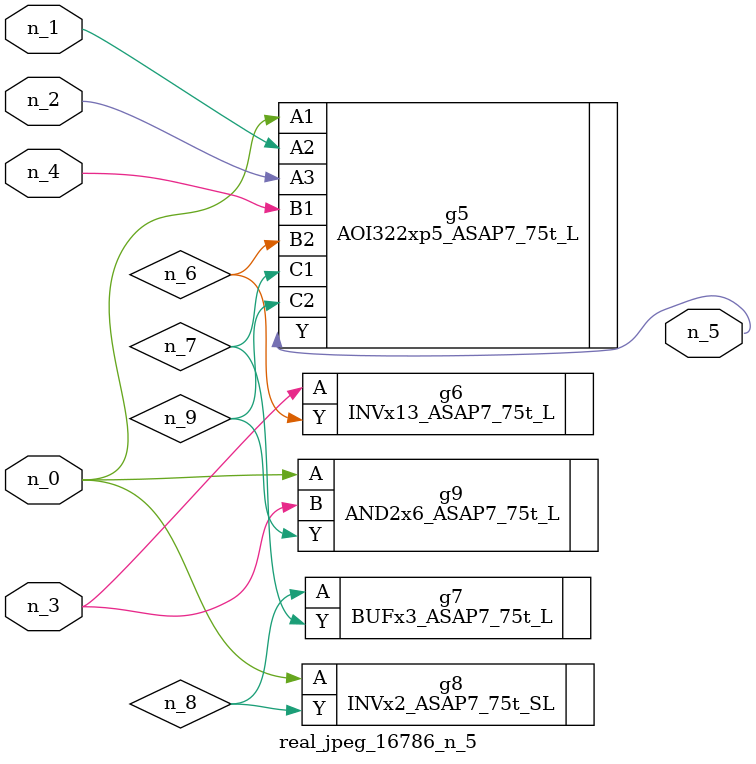
<source format=v>
module real_jpeg_16786_n_5 (n_4, n_0, n_1, n_2, n_3, n_5);

input n_4;
input n_0;
input n_1;
input n_2;
input n_3;

output n_5;

wire n_8;
wire n_6;
wire n_7;
wire n_9;

AOI322xp5_ASAP7_75t_L g5 ( 
.A1(n_0),
.A2(n_1),
.A3(n_2),
.B1(n_4),
.B2(n_6),
.C1(n_7),
.C2(n_9),
.Y(n_5)
);

INVx2_ASAP7_75t_SL g8 ( 
.A(n_0),
.Y(n_8)
);

AND2x6_ASAP7_75t_L g9 ( 
.A(n_0),
.B(n_3),
.Y(n_9)
);

INVx13_ASAP7_75t_L g6 ( 
.A(n_3),
.Y(n_6)
);

BUFx3_ASAP7_75t_L g7 ( 
.A(n_8),
.Y(n_7)
);


endmodule
</source>
